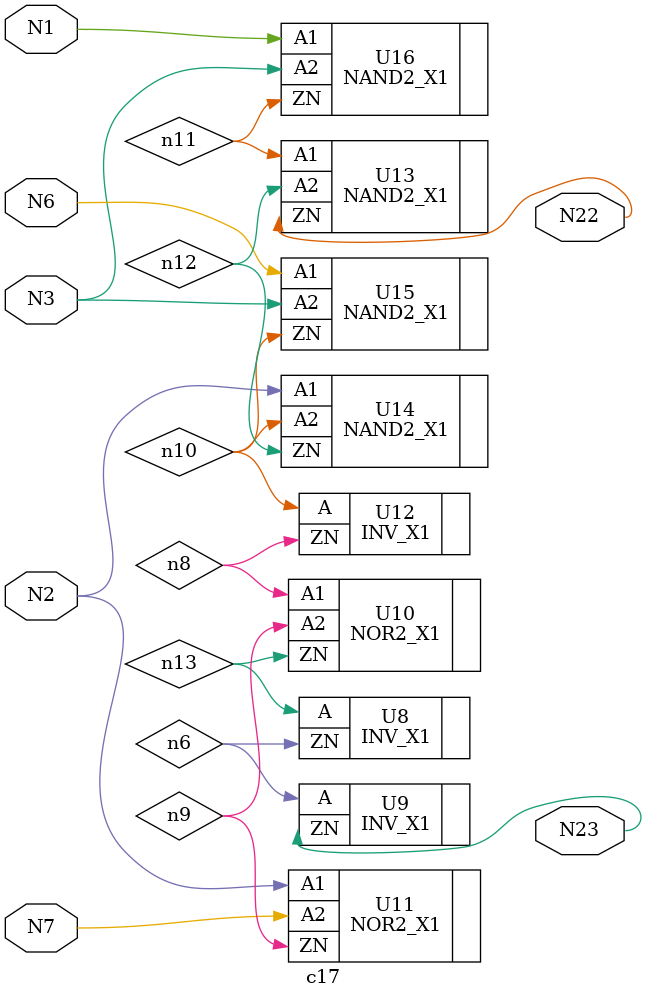
<source format=v>


module c17 ( N1, N2, N3, N6, N7, N22, N23 );
  input N1, N2, N3, N6, N7;
  output N22, N23;
  wire   n13, n6, n8, n9, n10, n11, n12;

  INV_X1 U8 ( .A(n13), .ZN(n6) );
  INV_X1 U9 ( .A(n6), .ZN(N23) );
  NOR2_X1 U10 ( .A1(n8), .A2(n9), .ZN(n13) );
  NOR2_X1 U11 ( .A1(N2), .A2(N7), .ZN(n9) );
  INV_X1 U12 ( .A(n10), .ZN(n8) );
  NAND2_X1 U13 ( .A1(n11), .A2(n12), .ZN(N22) );
  NAND2_X1 U14 ( .A1(N2), .A2(n10), .ZN(n12) );
  NAND2_X1 U15 ( .A1(N6), .A2(N3), .ZN(n10) );
  NAND2_X1 U16 ( .A1(N1), .A2(N3), .ZN(n11) );
endmodule

</source>
